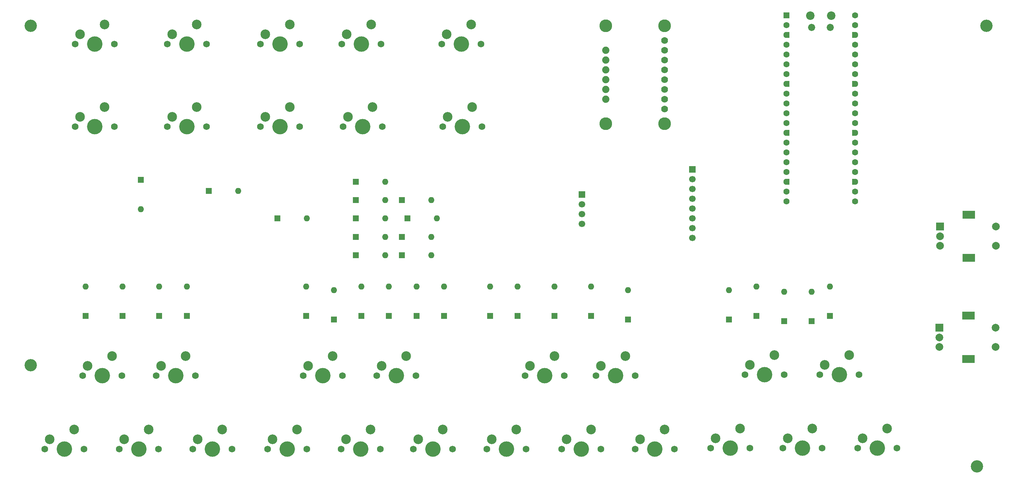
<source format=gbr>
%TF.GenerationSoftware,KiCad,Pcbnew,9.0.5*%
%TF.CreationDate,2025-10-11T12:45:19-04:00*%
%TF.ProjectId,midikeyboard,6d696469-6b65-4796-926f-6172642e6b69,rev?*%
%TF.SameCoordinates,Original*%
%TF.FileFunction,Soldermask,Bot*%
%TF.FilePolarity,Negative*%
%FSLAX46Y46*%
G04 Gerber Fmt 4.6, Leading zero omitted, Abs format (unit mm)*
G04 Created by KiCad (PCBNEW 9.0.5) date 2025-10-11 12:45:19*
%MOMM*%
%LPD*%
G01*
G04 APERTURE LIST*
G04 Aperture macros list*
%AMRoundRect*
0 Rectangle with rounded corners*
0 $1 Rounding radius*
0 $2 $3 $4 $5 $6 $7 $8 $9 X,Y pos of 4 corners*
0 Add a 4 corners polygon primitive as box body*
4,1,4,$2,$3,$4,$5,$6,$7,$8,$9,$2,$3,0*
0 Add four circle primitives for the rounded corners*
1,1,$1+$1,$2,$3*
1,1,$1+$1,$4,$5*
1,1,$1+$1,$6,$7*
1,1,$1+$1,$8,$9*
0 Add four rect primitives between the rounded corners*
20,1,$1+$1,$2,$3,$4,$5,0*
20,1,$1+$1,$4,$5,$6,$7,0*
20,1,$1+$1,$6,$7,$8,$9,0*
20,1,$1+$1,$8,$9,$2,$3,0*%
%AMFreePoly0*
4,1,37,0.603843,0.796157,0.639018,0.796157,0.711114,0.766294,0.766294,0.711114,0.796157,0.639018,0.796157,0.603843,0.800000,0.600000,0.800000,-0.600000,0.796157,-0.603843,0.796157,-0.639018,0.766294,-0.711114,0.711114,-0.766294,0.639018,-0.796157,0.603843,-0.796157,0.600000,-0.800000,0.000000,-0.800000,0.000000,-0.796148,-0.078414,-0.796148,-0.232228,-0.765552,-0.377117,-0.705537,
-0.507515,-0.618408,-0.618408,-0.507515,-0.705537,-0.377117,-0.765552,-0.232228,-0.796148,-0.078414,-0.796148,0.078414,-0.765552,0.232228,-0.705537,0.377117,-0.618408,0.507515,-0.507515,0.618408,-0.377117,0.705537,-0.232228,0.765552,-0.078414,0.796148,0.000000,0.796148,0.000000,0.800000,0.600000,0.800000,0.603843,0.796157,0.603843,0.796157,$1*%
%AMFreePoly1*
4,1,37,0.000000,0.796148,0.078414,0.796148,0.232228,0.765552,0.377117,0.705537,0.507515,0.618408,0.618408,0.507515,0.705537,0.377117,0.765552,0.232228,0.796148,0.078414,0.796148,-0.078414,0.765552,-0.232228,0.705537,-0.377117,0.618408,-0.507515,0.507515,-0.618408,0.377117,-0.705537,0.232228,-0.765552,0.078414,-0.796148,0.000000,-0.796148,0.000000,-0.800000,-0.600000,-0.800000,
-0.603843,-0.796157,-0.639018,-0.796157,-0.711114,-0.766294,-0.766294,-0.711114,-0.796157,-0.639018,-0.796157,-0.603843,-0.800000,-0.600000,-0.800000,0.600000,-0.796157,0.603843,-0.796157,0.639018,-0.766294,0.711114,-0.711114,0.766294,-0.639018,0.796157,-0.603843,0.796157,-0.600000,0.800000,0.000000,0.800000,0.000000,0.796148,0.000000,0.796148,$1*%
G04 Aperture macros list end*
%ADD10C,1.750000*%
%ADD11C,4.000000*%
%ADD12C,2.500000*%
%ADD13R,1.600000X1.600000*%
%ADD14O,1.600000X1.600000*%
%ADD15C,3.200000*%
%ADD16R,2.000000X2.000000*%
%ADD17C,2.000000*%
%ADD18R,3.200000X2.000000*%
%ADD19C,1.778000*%
%ADD20C,1.879600*%
%ADD21C,3.301600*%
%ADD22R,1.700000X1.700000*%
%ADD23C,1.700000*%
%ADD24C,2.200000*%
%ADD25C,1.850000*%
%ADD26RoundRect,0.200000X-0.600000X-0.600000X0.600000X-0.600000X0.600000X0.600000X-0.600000X0.600000X0*%
%ADD27C,1.600000*%
%ADD28FreePoly0,0.000000*%
%ADD29FreePoly1,0.000000*%
G04 APERTURE END LIST*
D10*
%TO.C,S19*%
X204152500Y-133350000D03*
D11*
X209232500Y-133350000D03*
D10*
X214312500Y-133350000D03*
D12*
X205422500Y-130810000D03*
X211772500Y-128270000D03*
%TD*%
D13*
%TO.C,D29*%
X103346250Y-83343750D03*
D14*
X110966250Y-83343750D03*
%TD*%
D10*
%TO.C,S20*%
X223520000Y-133350000D03*
D11*
X228600000Y-133350000D03*
D10*
X233680000Y-133350000D03*
D12*
X224790000Y-130810000D03*
X231140000Y-128270000D03*
%TD*%
D13*
%TO.C,D9*%
X104775000Y-118110000D03*
D14*
X104775000Y-110490000D03*
%TD*%
D15*
%TO.C,H3*%
X19050000Y-130968750D03*
%TD*%
D10*
%TO.C,S15*%
X165576250Y-133667500D03*
D11*
X170656250Y-133667500D03*
D10*
X175736250Y-133667500D03*
D12*
X166846250Y-131127500D03*
X173196250Y-128587500D03*
%TD*%
D10*
%TO.C,S27*%
X54451250Y-69056250D03*
D11*
X59531250Y-69056250D03*
D10*
X64611250Y-69056250D03*
D12*
X55721250Y-66516250D03*
X62071250Y-63976250D03*
%TD*%
D10*
%TO.C,S21*%
X30638750Y-47625000D03*
D11*
X35718750Y-47625000D03*
D10*
X40798750Y-47625000D03*
D12*
X31908750Y-45085000D03*
X38258750Y-42545000D03*
%TD*%
D13*
%TO.C,D8*%
X119062500Y-118110000D03*
D14*
X119062500Y-110490000D03*
%TD*%
D16*
%TO.C,SW2*%
X254581250Y-121206250D03*
D17*
X254581250Y-126206250D03*
X254581250Y-123706250D03*
D18*
X262081250Y-118106250D03*
X262081250Y-129306250D03*
D17*
X269081250Y-126206250D03*
X269081250Y-121206250D03*
%TD*%
D10*
%TO.C,S1*%
X22701250Y-152717500D03*
D11*
X27781250Y-152717500D03*
D10*
X32861250Y-152717500D03*
D12*
X23971250Y-150177500D03*
X30321250Y-147637500D03*
%TD*%
D13*
%TO.C,D28*%
X115252500Y-88106250D03*
D14*
X122872500Y-88106250D03*
%TD*%
D19*
%TO.C,U1*%
X183356250Y-64452500D03*
X183356250Y-61912500D03*
X183356250Y-59372500D03*
X183356250Y-56832500D03*
X183356250Y-54292500D03*
X183356250Y-51752500D03*
X183356250Y-49212500D03*
X183356250Y-46672500D03*
D20*
X168116250Y-61912500D03*
X168116250Y-59372500D03*
X168116250Y-56832500D03*
X168116250Y-54292500D03*
X168116250Y-51752500D03*
X168116250Y-49212500D03*
D21*
X168116250Y-68262500D03*
X183356250Y-68262500D03*
X168116250Y-42862500D03*
X183356250Y-42862500D03*
%TD*%
D10*
%TO.C,S6*%
X80486250Y-152717500D03*
D11*
X85566250Y-152717500D03*
D10*
X90646250Y-152717500D03*
D12*
X81756250Y-150177500D03*
X88106250Y-147637500D03*
%TD*%
D10*
%TO.C,S29*%
X100012500Y-69056250D03*
D11*
X105092500Y-69056250D03*
D10*
X110172500Y-69056250D03*
D12*
X101282500Y-66516250D03*
X107632500Y-63976250D03*
%TD*%
D22*
%TO.C,J1*%
X190500000Y-80168750D03*
D23*
X190500000Y-82708750D03*
X190500000Y-85248750D03*
X190500000Y-87788750D03*
X190500000Y-90328750D03*
X190500000Y-92868750D03*
X190500000Y-95408750D03*
X190500000Y-97948750D03*
%TD*%
D13*
%TO.C,D18*%
X214312500Y-119538750D03*
D14*
X214312500Y-111918750D03*
%TD*%
D10*
%TO.C,S11*%
X137318750Y-152717500D03*
D11*
X142398750Y-152717500D03*
D10*
X147478750Y-152717500D03*
D12*
X138588750Y-150177500D03*
X144938750Y-147637500D03*
%TD*%
D13*
%TO.C,D10*%
X111918750Y-118110000D03*
D14*
X111918750Y-110490000D03*
%TD*%
D10*
%TO.C,S13*%
X175736250Y-152717500D03*
D11*
X180816250Y-152717500D03*
D10*
X185896250Y-152717500D03*
D12*
X177006250Y-150177500D03*
X183356250Y-147637500D03*
%TD*%
D13*
%TO.C,D32*%
X83026250Y-92868750D03*
D14*
X90646250Y-92868750D03*
%TD*%
D16*
%TO.C,SW1*%
X254687500Y-94975063D03*
D17*
X254687500Y-99975063D03*
X254687500Y-97475063D03*
D18*
X262187500Y-91875063D03*
X262187500Y-103075063D03*
D17*
X269187500Y-99975063D03*
X269187500Y-94975063D03*
%TD*%
D15*
%TO.C,H1*%
X19050000Y-42862500D03*
%TD*%
D13*
%TO.C,D1*%
X33337500Y-118110000D03*
D14*
X33337500Y-110490000D03*
%TD*%
D13*
%TO.C,D25*%
X115252500Y-102393750D03*
D14*
X122872500Y-102393750D03*
%TD*%
D13*
%TO.C,D13*%
X164306250Y-118110000D03*
D14*
X164306250Y-110490000D03*
%TD*%
D10*
%TO.C,S30*%
X125888750Y-69056250D03*
D11*
X130968750Y-69056250D03*
D10*
X136048750Y-69056250D03*
D12*
X127158750Y-66516250D03*
X133508750Y-63976250D03*
%TD*%
D10*
%TO.C,S16*%
X195262500Y-152400000D03*
D11*
X200342500Y-152400000D03*
D10*
X205422500Y-152400000D03*
D12*
X196532500Y-149860000D03*
X202882500Y-147320000D03*
%TD*%
D13*
%TO.C,D23*%
X103346250Y-97631250D03*
D14*
X110966250Y-97631250D03*
%TD*%
D10*
%TO.C,S22*%
X54451250Y-47625000D03*
D11*
X59531250Y-47625000D03*
D10*
X64611250Y-47625000D03*
D12*
X55721250Y-45085000D03*
X62071250Y-42545000D03*
%TD*%
D10*
%TO.C,S26*%
X30638750Y-69056250D03*
D11*
X35718750Y-69056250D03*
D10*
X40798750Y-69056250D03*
D12*
X31908750Y-66516250D03*
X38258750Y-63976250D03*
%TD*%
D13*
%TO.C,D4*%
X42862500Y-118110000D03*
D14*
X42862500Y-110490000D03*
%TD*%
D10*
%TO.C,S8*%
X118268750Y-152717500D03*
D11*
X123348750Y-152717500D03*
D10*
X128428750Y-152717500D03*
D12*
X119538750Y-150177500D03*
X125888750Y-147637500D03*
%TD*%
D13*
%TO.C,D7*%
X126206250Y-118110000D03*
D14*
X126206250Y-110490000D03*
%TD*%
D13*
%TO.C,D6*%
X97631250Y-119062500D03*
D14*
X97631250Y-111442500D03*
%TD*%
D13*
%TO.C,D2*%
X59531250Y-118110000D03*
D14*
X59531250Y-110490000D03*
%TD*%
D13*
%TO.C,D20*%
X226218750Y-118110000D03*
D14*
X226218750Y-110490000D03*
%TD*%
D22*
%TO.C,J2*%
X161925000Y-86677500D03*
D23*
X161925000Y-89217500D03*
X161925000Y-91757500D03*
X161925000Y-94297500D03*
%TD*%
D13*
%TO.C,D12*%
X154781250Y-118110000D03*
D14*
X154781250Y-110490000D03*
%TD*%
D10*
%TO.C,S18*%
X233362500Y-152400000D03*
D11*
X238442500Y-152400000D03*
D10*
X243522500Y-152400000D03*
D12*
X234632500Y-149860000D03*
X240982500Y-147320000D03*
%TD*%
D13*
%TO.C,D26*%
X115252500Y-97631250D03*
D14*
X122872500Y-97631250D03*
%TD*%
D10*
%TO.C,S17*%
X213995000Y-152400000D03*
D11*
X219075000Y-152400000D03*
D10*
X224155000Y-152400000D03*
D12*
X215265000Y-149860000D03*
X221615000Y-147320000D03*
%TD*%
D13*
%TO.C,D19*%
X221456250Y-119538750D03*
D14*
X221456250Y-111918750D03*
%TD*%
D10*
%TO.C,S12*%
X156686250Y-152717500D03*
D11*
X161766250Y-152717500D03*
D10*
X166846250Y-152717500D03*
D12*
X157956250Y-150177500D03*
X164306250Y-147637500D03*
%TD*%
D13*
%TO.C,D31*%
X65246250Y-85725000D03*
D14*
X72866250Y-85725000D03*
%TD*%
D10*
%TO.C,S24*%
X99695000Y-47625000D03*
D11*
X104775000Y-47625000D03*
D10*
X109855000Y-47625000D03*
D12*
X100965000Y-45085000D03*
X107315000Y-42545000D03*
%TD*%
D15*
%TO.C,H4*%
X264318750Y-157162500D03*
%TD*%
D13*
%TO.C,D21*%
X103346250Y-88106250D03*
D14*
X110966250Y-88106250D03*
%TD*%
D13*
%TO.C,D14*%
X138112500Y-118110000D03*
D14*
X138112500Y-110490000D03*
%TD*%
D10*
%TO.C,S5*%
X51593750Y-133667500D03*
D11*
X56673750Y-133667500D03*
D10*
X61753750Y-133667500D03*
D12*
X52863750Y-131127500D03*
X59213750Y-128587500D03*
%TD*%
D13*
%TO.C,D22*%
X103346250Y-92868750D03*
D14*
X110966250Y-92868750D03*
%TD*%
D10*
%TO.C,S25*%
X125571250Y-47625000D03*
D11*
X130651250Y-47625000D03*
D10*
X135731250Y-47625000D03*
D12*
X126841250Y-45085000D03*
X133191250Y-42545000D03*
%TD*%
D10*
%TO.C,S4*%
X32543750Y-133667500D03*
D11*
X37623750Y-133667500D03*
D10*
X42703750Y-133667500D03*
D12*
X33813750Y-131127500D03*
X40163750Y-128587500D03*
%TD*%
D10*
%TO.C,S7*%
X99536250Y-152717500D03*
D11*
X104616250Y-152717500D03*
D10*
X109696250Y-152717500D03*
D12*
X100806250Y-150177500D03*
X107156250Y-147637500D03*
%TD*%
D15*
%TO.C,H2*%
X266700000Y-42862500D03*
%TD*%
D13*
%TO.C,D3*%
X52387500Y-118110000D03*
D14*
X52387500Y-110490000D03*
%TD*%
D13*
%TO.C,D17*%
X207168750Y-118110000D03*
D14*
X207168750Y-110490000D03*
%TD*%
D13*
%TO.C,D24*%
X103346250Y-102393750D03*
D14*
X110966250Y-102393750D03*
%TD*%
D10*
%TO.C,S23*%
X78581250Y-47625000D03*
D11*
X83661250Y-47625000D03*
D10*
X88741250Y-47625000D03*
D12*
X79851250Y-45085000D03*
X86201250Y-42545000D03*
%TD*%
D13*
%TO.C,D27*%
X116681250Y-92868750D03*
D14*
X124301250Y-92868750D03*
%TD*%
D10*
%TO.C,S10*%
X108743750Y-133667500D03*
D11*
X113823750Y-133667500D03*
D10*
X118903750Y-133667500D03*
D12*
X110013750Y-131127500D03*
X116363750Y-128587500D03*
%TD*%
D13*
%TO.C,D11*%
X145256250Y-118110000D03*
D14*
X145256250Y-110490000D03*
%TD*%
D13*
%TO.C,D15*%
X173831250Y-119062500D03*
D14*
X173831250Y-111442500D03*
%TD*%
D10*
%TO.C,S14*%
X147161250Y-133667500D03*
D11*
X152241250Y-133667500D03*
D10*
X157321250Y-133667500D03*
D12*
X148431250Y-131127500D03*
X154781250Y-128587500D03*
%TD*%
D13*
%TO.C,D5*%
X90487500Y-118110000D03*
D14*
X90487500Y-110490000D03*
%TD*%
D10*
%TO.C,S9*%
X89693750Y-133667500D03*
D11*
X94773750Y-133667500D03*
D10*
X99853750Y-133667500D03*
D12*
X90963750Y-131127500D03*
X97313750Y-128587500D03*
%TD*%
D10*
%TO.C,S3*%
X61118750Y-152717500D03*
D11*
X66198750Y-152717500D03*
D10*
X71278750Y-152717500D03*
D12*
X62388750Y-150177500D03*
X68738750Y-147637500D03*
%TD*%
D10*
%TO.C,S2*%
X42068750Y-152717500D03*
D11*
X47148750Y-152717500D03*
D10*
X52228750Y-152717500D03*
D12*
X43338750Y-150177500D03*
X49688750Y-147637500D03*
%TD*%
D24*
%TO.C,A1*%
X221112500Y-40293750D03*
D25*
X221412500Y-43323750D03*
X226262500Y-43323750D03*
D24*
X226562500Y-40293750D03*
D26*
X214947500Y-40163750D03*
D27*
X214947500Y-42703750D03*
D28*
X214947500Y-45243750D03*
D27*
X214947500Y-47783750D03*
X214947500Y-50323750D03*
X214947500Y-52863750D03*
X214947500Y-55403750D03*
D28*
X214947500Y-57943750D03*
D27*
X214947500Y-60483750D03*
X214947500Y-63023750D03*
X214947500Y-65563750D03*
X214947500Y-68103750D03*
D28*
X214947500Y-70643750D03*
D27*
X214947500Y-73183750D03*
X214947500Y-75723750D03*
X214947500Y-78263750D03*
X214947500Y-80803750D03*
D28*
X214947500Y-83343750D03*
D27*
X214947500Y-85883750D03*
X214947500Y-88423750D03*
X232727500Y-88423750D03*
X232727500Y-85883750D03*
D29*
X232727500Y-83343750D03*
D27*
X232727500Y-80803750D03*
X232727500Y-78263750D03*
X232727500Y-75723750D03*
X232727500Y-73183750D03*
D29*
X232727500Y-70643750D03*
D27*
X232727500Y-68103750D03*
X232727500Y-65563750D03*
X232727500Y-63023750D03*
X232727500Y-60483750D03*
D29*
X232727500Y-57943750D03*
D27*
X232727500Y-55403750D03*
X232727500Y-52863750D03*
X232727500Y-50323750D03*
X232727500Y-47783750D03*
D29*
X232727500Y-45243750D03*
D27*
X232727500Y-42703750D03*
X232727500Y-40163750D03*
%TD*%
D10*
%TO.C,S28*%
X78581250Y-69056250D03*
D11*
X83661250Y-69056250D03*
D10*
X88741250Y-69056250D03*
D12*
X79851250Y-66516250D03*
X86201250Y-63976250D03*
%TD*%
D13*
%TO.C,D30*%
X47625000Y-82867500D03*
D14*
X47625000Y-90487500D03*
%TD*%
D13*
%TO.C,D16*%
X200025000Y-119062500D03*
D14*
X200025000Y-111442500D03*
%TD*%
M02*

</source>
